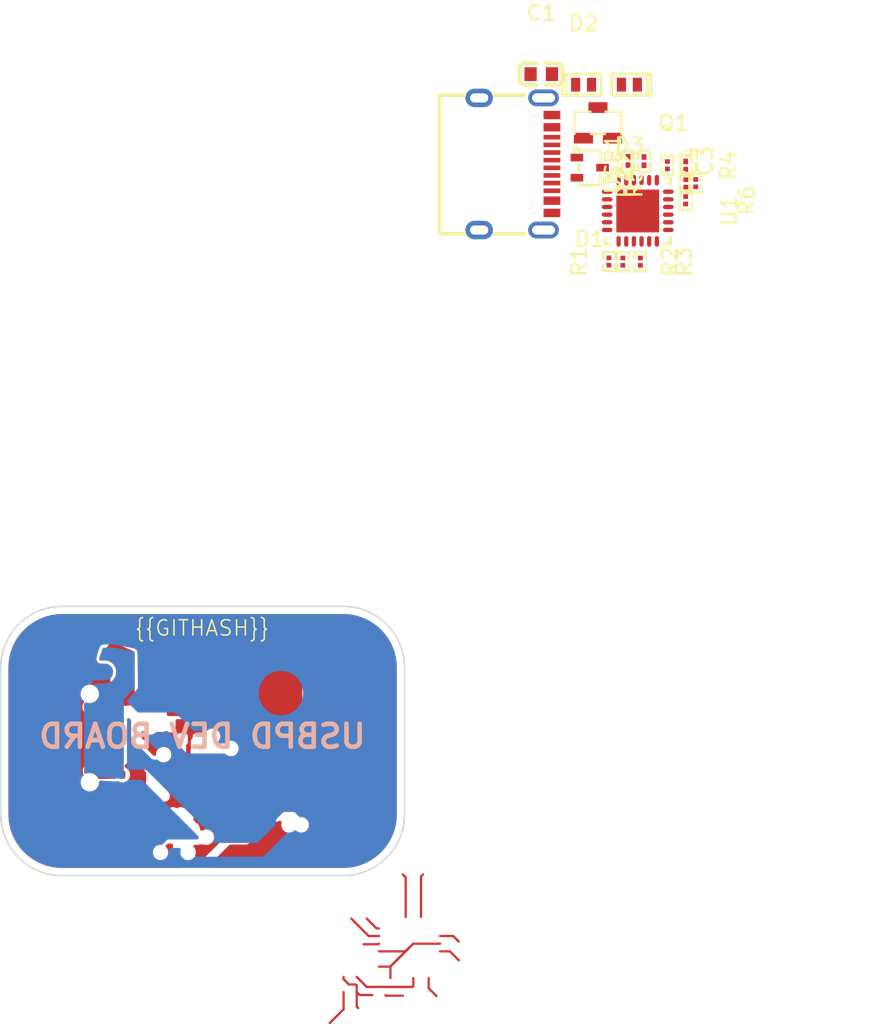
<source format=kicad_pcb>
(kicad_pcb (version 20240108) (generator "pcbnew") (generator_version "8.0")
  (layers (0 "F.Cu" signal) (31 "B.Cu" signal) (34 "B.Paste" user) (35 "F.Paste" user) (36 "B.SilkS" user "B.Silkscreen") (37 "F.SilkS" user "F.Silkscreen") (38 "B.Mask" user) (39 "F.Mask" user) (44 "Edge.Cuts" user))
  (net 0 "")
  (net 1 "USB_CONNECTOR-signal-1")
  (net 2 "USB_CONNECTOR-signal")
  (net 3 "USB_CONNECTOR-net-1")
  (net 4 "USB_CONNECTOR-net")
  (net 5 "power_ok3")
  (net 6 "PD_CONTROLLER.footprint.pins[18].net-net")
  (net 7 "a_b_side")
  (net 8 "alert")
  (net 9 "gpio")
  (net 10 "power_ok2")
  (net 11 "attach")
  (net 12 "lv")
  (net 13 "VBUS")
  (net 14 "CC1")
  (net 15 "CC2")
  (net 16 "VREG_1V2")
  (net 17 "VREG_2V7")
  (net 18 "VSINK_VCC")
  (net 19 "net-2")
  (net 20 "net")
  (net 21 "I2C_SCL")
  (net 22 "I2C_SDA")
  (net 23 "net-3")
  (net 24 "net-4")
  (net 25 "hv")
  (net 26 "net-1")
  (footprint "lcsc:R0201" (layer "F.Cu") (at 174.137401 62.559784 -90)
    (property "Reference" "R6" (at 0 -4 90) (layer "F.SilkS"))
    (property "Value" "22.1kΩ ±1% 50mW")
    (fp_line (start -0.62 0.39) (end -0.62 -0.39) (stroke (width 0.15)) (layer "F.SilkS"))
    (fp_line (start -0.17 0.39) (end -0.62 0.39) (stroke (width 0.15)) (layer "F.SilkS"))
    (fp_line (start 0.17 0.39) (end 0.62 0.39) (stroke (width 0.15)) (layer "F.SilkS"))
    (fp_line (start 0.62 0.39) (end 0.62 -0.39) (stroke (width 0.15)) (layer "F.SilkS"))
    (fp_line (start -0.62 -0.39) (end -0.17 -0.39) (stroke (width 0.15)) (layer "F.SilkS"))
    (fp_line (start 0.62 -0.39) (end 0.17 -0.39) (stroke (width 0.15)) (layer "F.SilkS"))
    (pad "1" smd rect (at -0.24 0 270) (size 0.3 0.32) (layers "F.Cu" "F.Paste" "F.Mask") (net 23 "net-3"))
    (pad "2" smd rect (at 0.24 0 270) (size 0.3 0.32) (layers "F.Cu" "F.Paste" "F.Mask") (net 20 "net"))
  )
  (footprint "lcsc:USB-C-SMD_TYPE-C-6PIN-2MD-073" (layer "F.Cu") (at 163.014787 60.185684 -90)
    (property "Reference" "USB1" (at 0 -6.38 90) (layer "F.SilkS"))
    (property "Value" "TYPE_C_16PIN_2MD073")
    (fp_line (start -4.5 4.97) (end -4.5 3.35) (stroke (width 0.25)) (layer "F.SilkS"))
    (fp_line (start 4.5 4.97) (end -4.5 4.97) (stroke (width 0.25)) (layer "F.SilkS"))
    (fp_line (start 4.57 4.82) (end 4.57 3.35) (stroke (width 0.25)) (layer "F.SilkS"))
    (fp_line (start -4.5 1.39) (end -4.5 -0.6) (stroke (width 0.25)) (layer "F.SilkS"))
    (fp_line (start 4.57 1.39) (end 4.57 -0.6) (stroke (width 0.25)) (layer "F.SilkS"))
    (pad "" thru_hole circle (at -2.89 -1.3 270) (size 0.7 0.7) (drill 0.7) (layers "*.Cu" "*.Mask"))
    (pad "" thru_hole circle (at 2.89 -1.3 270) (size 0.7 0.7) (drill 0.7) (layers "*.Cu" "*.Mask"))
    (pad "1" smd rect (at -3.2 -2.38 270) (size 0.55 1.1) (layers "F.Cu" "F.Paste" "F.Mask") (net 12 "lv"))
    (pad "2" smd rect (at -2.4 -2.38 270) (size 0.55 1.1) (layers "F.Cu" "F.Paste" "F.Mask") (net 13 "VBUS"))
    (pad "3" smd rect (at -1.75 -2.38 270) (size 0.3 1.1) (layers "F.Cu" "F.Paste" "F.Mask") (net 2 "USB_CONNECTOR-signal"))
    (pad "4" smd rect (at -1.25 -2.38 270) (size 0.3 1.1) (layers "F.Cu" "F.Paste" "F.Mask") (net 14 "CC1"))
    (pad "5" smd rect (at -0.75 -2.38 270) (size 0.3 1.1) (layers "F.Cu" "F.Paste" "F.Mask") (net 4 "USB_CONNECTOR-net"))
    (pad "6" smd rect (at -0.25 -2.38 270) (size 0.3 1.1) (layers "F.Cu" "F.Paste" "F.Mask") (net 3 "USB_CONNECTOR-net-1"))
    (pad "7" smd rect (at 0.25 -2.38 270) (size 0.3 1.1) (layers "F.Cu" "F.Paste" "F.Mask") (net 4 "USB_CONNECTOR-net"))
    (pad "8" smd rect (at 0.75 -2.38 270) (size 0.3 1.1) (layers "F.Cu" "F.Paste" "F.Mask") (net 3 "USB_CONNECTOR-net-1"))
    (pad "9" smd rect (at 1.25 -2.38 270) (size 0.3 1.1) (layers "F.Cu" "F.Paste" "F.Mask") (net 1 "USB_CONNECTOR-signal-1"))
    (pad "10" smd rect (at 1.75 -2.38 270) (size 0.3 1.1) (layers "F.Cu" "F.Paste" "F.Mask") (net 15 "CC2"))
    (pad "11" smd rect (at 2.4 -2.38 270) (size 0.55 1.1) (layers "F.Cu" "F.Paste" "F.Mask") (net 13 "VBUS"))
    (pad "12" smd rect (at 3.2 -2.38 270) (size 0.55 1.1) (layers "F.Cu" "F.Paste" "F.Mask") (net 12 "lv"))
    (pad "13" thru_hole oval (at -4.32 -1.83 270) (size 1.1 2) (drill oval 0.599999 1.499997) (layers "*.Cu" "*.Mask") (net 12 "lv"))
    (pad "13" thru_hole oval (at -4.32 2.38 270) (size 1.2 1.8) (drill oval 0.599999 1.199998) (layers "*.Cu" "*.Mask") (net 12 "lv"))
    (pad "14" thru_hole oval (at 4.32 -1.83 270) (size 1.1 2) (drill oval 0.599999 1.500022) (layers "*.Cu" "*.Mask") (net 12 "lv"))
    (pad "14" thru_hole oval (at 4.32 2.38 270) (size 1.2 1.8) (drill oval 0.599999 1.199998) (layers "*.Cu" "*.Mask") (net 12 "lv"))
  )
  (footprint "lcsc:QFN-24_L4.0-W4.0-P0.50-BL-EP2.8" (layer "F.Cu") (at 171.003535 63.247637 -90)
    (property "Reference" "U1" (at 0 -6 90) (layer "F.SilkS"))
    (property "Value" "STUSB4500QTR")
    (fp_line (start -2.14 2.15) (end -2.14 1.75) (stroke (width 0.2)) (layer "F.SilkS"))
    (fp_line (start -1.74 2.15) (end -2.14 2.15) (stroke (width 0.2)) (layer "F.SilkS"))
    (fp_line (start 2.16 2.15) (end 1.76 2.15) (stroke (width 0.2)) (layer "F.SilkS"))
    (fp_line (start 2.16 1.75) (end 2.16 2.15) (stroke (width 0.2)) (layer "F.SilkS"))
    (fp_line (start -2.14 -1.75) (end -2.14 -2.15) (stroke (width 0.2)) (layer "F.SilkS"))
    (fp_line (start 2.16 -1.75) (end 2.16 -2.15) (stroke (width 0.2)) (layer "F.SilkS"))
    (fp_line (start -2.14 -2.15) (end -1.74 -2.15) (stroke (width 0.2)) (layer "F.SilkS"))
    (fp_line (start 2.16 -2.15) (end 1.76 -2.15) (stroke (width 0.2)) (layer "F.SilkS"))
    (pad "1" smd oval (at -1.25 2 90) (size 0.28 0.7) (layers "F.Cu" "F.Paste" "F.Mask") (net 14 "CC1"))
    (pad "2" smd oval (at -0.75 2 90) (size 0.28 0.7) (layers "F.Cu" "F.Paste" "F.Mask") (net 14 "CC1"))
    (pad "3" smd oval (at -0.25 2 90) (size 0.28 0.7) (layers "F.Cu" "F.Paste" "F.Mask") (net 6 "PD_CONTROLLER.footprint.pins[18].net-net"))
    (pad "4" smd oval (at 0.25 2 90) (size 0.28 0.7) (layers "F.Cu" "F.Paste" "F.Mask") (net 15 "CC2"))
    (pad "5" smd oval (at 0.75 2 90) (size 0.28 0.7) (layers "F.Cu" "F.Paste" "F.Mask") (net 15 "CC2"))
    (pad "6" smd oval (at 1.25 2 90) (size 0.28 0.7) (layers "F.Cu" "F.Paste" "F.Mask") (net 12 "lv"))
    (pad "7" smd oval (at 2 1.25) (size 0.28 0.7) (layers "F.Cu" "F.Paste" "F.Mask") (net 21 "I2C_SCL"))
    (pad "8" smd oval (at 2 0.75) (size 0.28 0.7) (layers "F.Cu" "F.Paste" "F.Mask") (net 22 "I2C_SDA"))
    (pad "9" smd oval (at 2 0.25) (size 0.28 0.7) (layers "F.Cu" "F.Paste" "F.Mask") (net 26 "net-1"))
    (pad "10" smd oval (at 2 -0.25) (size 0.28 0.7) (layers "F.Cu" "F.Paste" "F.Mask") (net 12 "lv"))
    (pad "11" smd oval (at 2 -0.75) (size 0.28 0.7) (layers "F.Cu" "F.Paste" "F.Mask") (net 11 "attach"))
    (pad "12" smd oval (at 2 -1.25) (size 0.28 0.7) (layers "F.Cu" "F.Paste" "F.Mask") (net 12 "lv"))
    (pad "13" smd oval (at 1.25 -2 90) (size 0.28 0.7) (layers "F.Cu" "F.Paste" "F.Mask") (net 12 "lv"))
    (pad "14" smd oval (at 0.75 -2 90) (size 0.28 0.7) (layers "F.Cu" "F.Paste" "F.Mask") (net 5 "power_ok3"))
    (pad "15" smd oval (at 0.25 -2 90) (size 0.28 0.7) (layers "F.Cu" "F.Paste" "F.Mask") (net 9 "gpio"))
    (pad "16" smd oval (at -0.25 -2 90) (size 0.28 0.7) (layers "F.Cu" "F.Paste" "F.Mask") (net 20 "net"))
    (pad "17" smd oval (at -0.75 -2 90) (size 0.28 0.7) (layers "F.Cu" "F.Paste" "F.Mask") (net 7 "a_b_side"))
    (pad "18" smd oval (at -1.25 -2 90) (size 0.28 0.7) (layers "F.Cu" "F.Paste" "F.Mask") (net 19 "net-2"))
    (pad "19" smd oval (at -2 -1.25) (size 0.28 0.7) (layers "F.Cu" "F.Paste" "F.Mask") (net 8 "alert"))
    (pad "20" smd oval (at -2 -0.75) (size 0.28 0.7) (layers "F.Cu" "F.Paste" "F.Mask") (net 10 "power_ok2"))
    (pad "21" smd oval (at -2 -0.25) (size 0.28 0.7) (layers "F.Cu" "F.Paste" "F.Mask") (net 16 "VREG_1V2"))
    (pad "22" smd oval (at -2 0.25) (size 0.28 0.7) (layers "F.Cu" "F.Paste" "F.Mask") (net 12 "lv"))
    (pad "23" smd oval (at -2 0.75) (size 0.28 0.7) (layers "F.Cu" "F.Paste" "F.Mask") (net 17 "VREG_2V7"))
    (pad "24" smd oval (at -2 1.25) (size 0.28 0.7) (layers "F.Cu" "F.Paste" "F.Mask") (net 13 "VBUS"))
    (pad "25" smd rect (at 0.01 0) (size 2.8 2.8) (layers "F.Cu" "F.Paste" "F.Mask") (net 12 "lv"))
  )
  (footprint "lcsc:C0603" (layer "F.Cu") (at 164.696269 54.313443)
    (property "Reference" "C1" (at 0 -4 0) (layer "F.SilkS"))
    (property "Value" "4.7µF ±10% 35V X5R")
    (fp_line (start -1.41 -0.41) (end -1.41 0.39) (stroke (width 0.25)) (layer "F.SilkS"))
    (fp_line (start -0.3 -0.72) (end -1.1 -0.72) (stroke (width 0.25)) (layer "F.SilkS"))
    (fp_line (start -0.3 0.7) (end -1.1 0.7) (stroke (width 0.25)) (layer "F.SilkS"))
    (fp_line (start 0.28 -0.71) (end 1.08 -0.71) (stroke (width 0.25)) (layer "F.SilkS"))
    (fp_line (start 0.28 0.71) (end 1.08 0.71) (stroke (width 0.25)) (layer "F.SilkS"))
    (fp_line (start 1.39 -0.4) (end 1.39 0.4) (stroke (width 0.25)) (layer "F.SilkS"))
    (fp_arc (start -1.41 -0.41) (mid -1.319203 -0.629203) (end -1.1 -0.72) (stroke (width 0.25)) (layer "F.SilkS"))
    (fp_arc (start -1.1 0.7) (mid -1.319203 0.609203) (end -1.41 0.39) (stroke (width 0.25)) (layer "F.SilkS"))
    (fp_arc (start 1.08 -0.71) (mid 1.299203 -0.619203) (end 1.39 -0.4) (stroke (width 0.25)) (layer "F.SilkS"))
    (fp_arc (start 1.39 0.4) (mid 1.299203 0.619203) (end 1.08 0.71) (stroke (width 0.25)) (layer "F.SilkS"))
    (pad "1" smd rect (at -0.7 0) (size 0.8 0.9) (layers "F.Cu" "F.Paste" "F.Mask") (net 12 "lv"))
    (pad "2" smd rect (at 0.7 0) (size 0.8 0.9) (layers "F.Cu" "F.Paste" "F.Mask") (net 13 "VBUS"))
  )
  (footprint "lcsc:C0201" (layer "F.Cu") (at 174.141331 60.292972 90)
    (property "Reference" "C2" (at 0 -4 90) (layer "F.SilkS"))
    (property "Value" "100nF ±10% 10V X5R")
    (fp_line (start 0.53 -0.39) (end 0.17 -0.39) (stroke (width 0.15)) (layer "F.SilkS"))
    (fp_line (start -0.53 -0.39) (end -0.17 -0.39) (stroke (width 0.15)) (layer "F.SilkS"))
    (fp_line (start 0.69 0.24) (end 0.69 -0.24) (stroke (width 0.15)) (layer "F.SilkS"))
    (fp_line (start -0.69 0.24) (end -0.69 -0.24) (stroke (width 0.15)) (layer "F.SilkS"))
    (fp_line (start 0.17 0.39) (end 0.53 0.39) (stroke (width 0.15)) (layer "F.SilkS"))
    (fp_line (start -0.17 0.39) (end -0.53 0.39) (stroke (width 0.15)) (layer "F.SilkS"))
    (fp_arc (start 0.53 -0.39) (mid 0.642835 -0.349658) (end 0.690333 -0.239643) (stroke (width 0.15)) (layer "F.SilkS"))
    (fp_arc (start -0.690333 -0.239643) (mid -0.642836 -0.349658) (end -0.53 -0.39) (stroke (width 0.15)) (layer "F.SilkS"))
    (fp_arc (start 0.69 0.24) (mid 0.642348 0.349658) (end 0.529667 0.389644) (stroke (width 0.15)) (layer "F.SilkS"))
    (fp_arc (start -0.529667 0.389644) (mid -0.642348 0.349659) (end -0.69 0.24) (stroke (width 0.15)) (layer "F.SilkS"))
    (pad "1" smd rect (at -0.27 0 90) (size 0.37 0.32) (layers "F.Cu" "F.Paste" "F.Mask") (net 24 "net-4"))
    (pad "2" smd rect (at 0.27 0 90) (size 0.37 0.32) (layers "F.Cu" "F.Paste" "F.Mask") (net 13 "VBUS"))
  )
  (footprint "lcsc:SOT-23-3_L2.9-W1.3-P1.90-LS2.4-BR" (layer "F.Cu") (at 168.403614 57.498217 -90)
    (property "Reference" "Q1" (at 0 -4.95 0) (layer "F.SilkS"))
    (property "Value" "MOSFET")
    (fp_line (start -0.73 1.53) (end -0.73 0.49) (stroke (width 0.15)) (layer "F.SilkS"))
    (fp_line (start 0.73 1.53) (end -0.73 1.53) (stroke (width 0.15)) (layer "F.SilkS"))
    (fp_line (start 0.73 -0.46) (end 0.73 0.46) (stroke (width 0.15)) (layer "F.SilkS"))
    (fp_line (start -0.73 -1.53) (end -0.73 -0.49) (stroke (width 0.15)) (layer "F.SilkS"))
    (fp_line (start 0.73 -1.53) (end -0.73 -1.53) (stroke (width 0.15)) (layer "F.SilkS"))
    (fp_text user "${REFERENCE}" (at 0 -4.95 0) (layer "F.SilkS"))
    (pad "1" smd rect (at 1 0.95) (size 1.25 0.7) (layers "F.Cu" "F.Paste" "F.Mask") (net 23 "net-3"))
    (pad "2" smd rect (at 1 -0.95) (size 1.25 0.7) (layers "F.Cu" "F.Paste" "F.Mask") (net 13 "VBUS"))
    (pad "3" smd rect (at -1 0) (size 1.25 0.7) (layers "F.Cu" "F.Paste" "F.Mask") (net 18 "VSINK_VCC"))
  )
  (footprint "lcsc:DFN1610-2_L1.6-W1.0-P1.05-RD" (layer "F.Cu") (at 170.458714 55.001485 180)
    (property "Reference" "D3" (at 0 -4 0) (layer "F.SilkS"))
    (property "Value" "")
    (fp_line (start 1.15 -0.7) (end 1.15 0.7) (stroke (width 0.18)) (layer "F.SilkS"))
    (fp_line (start -1.15 -0.7) (end -1.15 0.7) (stroke (width 0.18)) (layer "F.SilkS"))
    (fp_line (start -1.4 0.7) (end 1.15 0.7) (stroke (width 0.18)) (layer "F.SilkS"))
    (fp_line (start -1.4 -0.7) (end 1.15 -0.7) (stroke (width 0.18)) (layer "F.SilkS"))
    (fp_line (start -1.4 -0.7) (end -1.4 0.7) (stroke (width 0.18)) (layer "F.SilkS"))
    (pad "1" smd rect (at -0.52 0 270) (size 0.9 0.6) (layers "F.Cu" "F.Paste" "F.Mask") (net 18 "VSINK_VCC"))
    (pad "2" smd rect (at 0.52 0 270) (size 0.9 0.6) (layers "F.Cu" "F.Paste" "F.Mask") (net 12 "lv"))
  )
  (footprint "lcsc:R0201" (layer "F.Cu") (at 170.033978 66.572844 -90)
    (property "Reference" "R3" (at 0 -4 90) (layer "F.SilkS"))
    (property "Value" "")
    (fp_line (start -0.62 0.39) (end -0.62 -0.39) (stroke (width 0.15)) (layer "F.SilkS"))
    (fp_line (start -0.17 0.39) (end -0.62 0.39) (stroke (width 0.15)) (layer "F.SilkS"))
    (fp_line (start 0.17 0.39) (end 0.62 0.39) (stroke (width 0.15)) (layer "F.SilkS"))
    (fp_line (start 0.62 0.39) (end 0.62 -0.39) (stroke (width 0.15)) (layer "F.SilkS"))
    (fp_line (start -0.62 -0.39) (end -0.17 -0.39) (stroke (width 0.15)) (layer "F.SilkS"))
    (fp_line (start 0.62 -0.39) (end 0.17 -0.39) (stroke (width 0.15)) (layer "F.SilkS"))
    (pad "1" smd rect (at -0.24 0 270) (size 0.3 0.32) (layers "F.Cu" "F.Paste" "F.Mask") (net 22 "I2C_SDA"))
    (pad "2" smd rect (at 0.24 0 270) (size 0.3 0.32) (layers "F.Cu" "F.Paste" "F.Mask") (net 25 "hv"))
  )
  (footprint "lcsc:R0201" (layer "F.Cu") (at 172.944787 60.265684 -90)
    (property "Reference" "R4" (at 0 -4 90) (layer "F.SilkS"))
    (property "Value" "")
    (fp_line (start -0.62 0.39) (end -0.62 -0.39) (stroke (width 0.15)) (layer "F.SilkS"))
    (fp_line (start -0.17 0.39) (end -0.62 0.39) (stroke (width 0.15)) (layer "F.SilkS"))
    (fp_line (start 0.17 0.39) (end 0.62 0.39) (stroke (width 0.15)) (layer "F.SilkS"))
    (fp_line (start 0.62 0.39) (end 0.62 -0.39) (stroke (width 0.15)) (layer "F.SilkS"))
    (fp_line (start -0.62 -0.39) (end -0.17 -0.39) (stroke (width 0.15)) (layer "F.SilkS"))
    (fp_line (start 0.62 -0.39) (end 0.17 -0.39) (stroke (width 0.15)) (layer "F.SilkS"))
    (pad "1" smd rect (at -0.24 0 270) (size 0.3 0.32) (layers "F.Cu" "F.Paste" "F.Mask") (net 13 "VBUS"))
    (pad "2" smd rect (at 0.24 0 270) (size 0.3 0.32) (layers "F.Cu" "F.Paste" "F.Mask") (net 19 "net-2"))
  )
  (footprint "lcsc:R0201" (layer "F.Cu") (at 174.148945 61.455337 90)
    (property "Reference" "R7" (at 0 -4 90) (layer "F.SilkS"))
    (property "Value" "100Ω ±1% 50mW")
    (fp_line (start 0.62 -0.39) (end 0.17 -0.39) (stroke (width 0.15)) (layer "F.SilkS"))
    (fp_line (start -0.62 -0.39) (end -0.17 -0.39) (stroke (width 0.15)) (layer "F.SilkS"))
    (fp_line (start 0.62 0.39) (end 0.62 -0.39) (stroke (width 0.15)) (layer "F.SilkS"))
    (fp_line (start 0.17 0.39) (end 0.62 0.39) (stroke (width 0.15)) (layer "F.SilkS"))
    (fp_line (start -0.17 0.39) (end -0.62 0.39) (stroke (width 0.15)) (layer "F.SilkS"))
    (fp_line (start -0.62 0.39) (end -0.62 -0.39) (stroke (width 0.15)) (layer "F.SilkS"))
    (pad "1" smd rect (at -0.24 0 90) (size 0.3 0.32) (layers "F.Cu" "F.Paste" "F.Mask") (net 23 "net-3"))
    (pad "2" smd rect (at 0.24 0 90) (size 0.3 0.32) (layers "F.Cu" "F.Paste" "F.Mask") (net 24 "net-4"))
  )
  (footprint "lcsc:SOT-323-3_L2.1-W1.3-P1.32-LS2.1-BR" (layer "F.Cu") (at 167.866198 60.426656 180)
    (property "Reference" "D1" (at 0 -4.66 0) (layer "F.SilkS"))
    (property "Value" "ESDA25W")
    (fp_line (start 0.7 1.13) (end -0.71 1.13) (stroke (width 0.15)) (layer "F.SilkS"))
    (fp_line (start 0.7 1.09) (end 0.7 1.13) (stroke (width 0.15)) (layer "F.SilkS"))
    (fp_line (start 0.7 -0.23) (end 0.7 0.23) (stroke (width 0.15)) (layer "F.SilkS"))
    (fp_line (start 0.7 -1.13) (end 0.7 -1.09) (stroke (width 0.15)) (layer "F.SilkS"))
    (fp_line (start 0.7 -1.13) (end -0.71 -1.13) (stroke (width 0.15)) (layer "F.SilkS"))
    (fp_line (start -0.71 1.13) (end -0.71 0.43) (stroke (width 0.15)) (layer "F.SilkS"))
    (fp_line (start -0.71 -0.43) (end -0.71 -0.9) (stroke (width 0.15)) (layer "F.SilkS"))
    (fp_line (start -0.71 -1.13) (end -0.71 -0.9) (stroke (width 0.15)) (layer "F.SilkS"))
    (fp_circle (center 0.91 1.18) (end 0.98 1.18) (stroke (width 0.15)) (fill none) (layer "F.SilkS"))
    (pad "1" smd rect (at 0.84 0.66 270) (size 0.5 0.83) (layers "F.Cu" "F.Paste" "F.Mask") (net 14 "CC1"))
    (pad "2" smd rect (at 0.84 -0.66 270) (size 0.5 0.83) (layers "F.Cu" "F.Paste" "F.Mask") (net 15 "CC2"))
    (pad "3" smd rect (at -0.84 0 270) (size 0.5 0.83) (layers "F.Cu" "F.Paste" "F.Mask") (net 12 "lv"))
  )
  (footprint "lcsc:R0201" (layer "F.Cu") (at 174.79617 61.439134 90)
    (property "Reference" "R5" (at 0 -4 90) (layer "F.SilkS"))
    (property "Value" "100kΩ ±1% 50mW")
    (fp_line (start 0.62 -0.39) (end 0.17 -0.39) (stroke (width 0.15)) (layer "F.SilkS"))
    (fp_line (start -0.62 -0.39) (end -0.17 -0.39) (stroke (width 0.15)) (layer "F.SilkS"))
    (fp_line (start 0.62 0.39) (end 0.62 -0.39) (stroke (width 0.15)) (layer "F.SilkS"))
    (fp_line (start 0.17 0.39) (end 0.62 0.39) (stroke (width 0.15)) (layer "F.SilkS"))
    (fp_line (start -0.17 0.39) (end -0.62 0.39) (stroke (width 0.15)) (layer "F.SilkS"))
    (fp_line (start -0.62 0.39) (end -0.62 -0.39) (stroke (width 0.15)) (layer "F.SilkS"))
    (fp_text user "${REFERENCE}" (at 0 -4 90) (layer "F.SilkS"))
    (pad "1" smd rect (at -0.24 0 90) (size 0.3 0.32) (layers "F.Cu" "F.Paste" "F.Mask") (net 23 "net-3"))
    (pad "2" smd rect (at 0.24 0 90) (size 0.3 0.32) (layers "F.Cu" "F.Paste" "F.Mask") (net 18 "VSINK_VCC"))
  )
  (footprint "lcsc:DFN1610-2_L1.6-W1.0-P1.05-RD" (layer "F.Cu") (at 167.463441 55.002994)
    (property "Reference" "D2" (at 0 -4 0) (layer "F.SilkS"))
    (property "Value" "")
    (fp_line (start -1.4 -0.7) (end -1.4 0.7) (stroke (width 0.18)) (layer "F.SilkS"))
    (fp_line (start -1.4 -0.7) (end 1.15 -0.7) (stroke (width 0.18)) (layer "F.SilkS"))
    (fp_line (start -1.4 0.7) (end 1.15 0.7) (stroke (width 0.18)) (layer "F.SilkS"))
    (fp_line (start -1.15 -0.7) (end -1.15 0.7) (stroke (width 0.18)) (layer "F.SilkS"))
    (fp_line (start 1.15 -0.7) (end 1.15 0.7) (stroke (width 0.18)) (layer "F.SilkS"))
    (pad "1" smd rect (at -0.52 0 90) (size 0.9 0.6) (layers "F.Cu" "F.Paste" "F.Mask") (net 13 "VBUS"))
    (pad "2" smd rect (at 0.52 0 90) (size 0.9 0.6) (layers "F.Cu" "F.Paste" "F.Mask") (net 12 "lv"))
  )
  (footprint "lcsc:R0201" (layer "F.Cu") (at 169.12029 66.563698 -90)
    (property "Reference" "R2" (at 0 -4 90) (layer "F.SilkS"))
    (property "Value" "4.64kΩ ±1% 50mW")
    (fp_line (start -0.62 0.39) (end -0.62 -0.39) (stroke (width 0.15)) (layer "F.SilkS"))
    (fp_line (start -0.17 0.39) (end -0.62 0.39) (stroke (width 0.15)) (layer "F.SilkS"))
    (fp_line (start 0.17 0.39) (end 0.62 0.39) (stroke (width 0.15)) (layer "F.SilkS"))
    (fp_line (start 0.62 0.39) (end 0.62 -0.39) (stroke (width 0.15)) (layer "F.SilkS"))
    (fp_line (start -0.62 -0.39) (end -0.17 -0.39) (stroke (width 0.15)) (layer "F.SilkS"))
    (fp_line (start 0.62 -0.39) (end 0.17 -0.39) (stroke (width 0.15)) (layer "F.SilkS"))
    (pad "1" smd rect (at -0.24 0 270) (size 0.3 0.32) (layers "F.Cu" "F.Paste" "F.Mask") (net 21 "I2C_SCL"))
    (pad "2" smd rect (at 0.24 0 270) (size 0.3 0.32) (layers "F.Cu" "F.Paste" "F.Mask") (net 25 "hv"))
  )
  (footprint "lcsc:C0201" (layer "F.Cu") (at 170.369556 59.988399 -90)
    (property "Reference" "C4" (at 0 -4 90) (layer "F.SilkS"))
    (property "Value" "")
    (fp_line (start -0.17 0.39) (end -0.53 0.39) (stroke (width 0.15)) (layer "F.SilkS"))
    (fp_line (start 0.17 0.39) (end 0.53 0.39) (stroke (width 0.15)) (layer "F.SilkS"))
    (fp_line (start -0.69 0.24) (end -0.69 -0.24) (stroke (width 0.15)) (layer "F.SilkS"))
    (fp_line (start 0.69 0.24) (end 0.69 -0.24) (stroke (width 0.15)) (layer "F.SilkS"))
    (fp_line (start -0.53 -0.39) (end -0.17 -0.39) (stroke (width 0.15)) (layer "F.SilkS"))
    (fp_line (start 0.53 -0.39) (end 0.17 -0.39) (stroke (width 0.15)) (layer "F.SilkS"))
    (fp_arc (start -0.529667 0.389644) (mid -0.642348 0.349659) (end -0.69 0.24) (stroke (width 0.15)) (layer "F.SilkS"))
    (fp_arc (start 0.69 0.24) (mid 0.642348 0.349658) (end 0.529667 0.389644) (stroke (width 0.15)) (layer "F.SilkS"))
    (fp_arc (start -0.690333 -0.239643) (mid -0.642836 -0.349658) (end -0.53 -0.39) (stroke (width 0.15)) (layer "F.SilkS"))
    (fp_arc (start 0.53 -0.39) (mid 0.642835 -0.349658) (end 0.690333 -0.239643) (stroke (width 0.15)) (layer "F.SilkS"))
    (pad "1" smd rect (at -0.27 0 270) (size 0.37 0.32) (layers "F.Cu" "F.Paste" "F.Mask") (net 12 "lv"))
    (pad "2" smd rect (at 0.27 0 270) (size 0.37 0.32) (layers "F.Cu" "F.Paste" "F.Mask") (net 17 "VREG_2V7"))
  )
  (footprint "lcsc:C0201" (layer "F.Cu") (at 171.414168 59.999499 -90)
    (property "Reference" "C3" (at 0 -4 90) (layer "F.SilkS"))
    (property "Value" "1µF ±20% 6.3V X5R")
    (fp_line (start -0.17 0.39) (end -0.53 0.39) (stroke (width 0.15)) (layer "F.SilkS"))
    (fp_line (start 0.17 0.39) (end 0.53 0.39) (stroke (width 0.15)) (layer "F.SilkS"))
    (fp_line (start -0.69 0.24) (end -0.69 -0.24) (stroke (width 0.15)) (layer "F.SilkS"))
    (fp_line (start 0.69 0.24) (end 0.69 -0.24) (stroke (width 0.15)) (layer "F.SilkS"))
    (fp_line (start -0.53 -0.39) (end -0.17 -0.39) (stroke (width 0.15)) (layer "F.SilkS"))
    (fp_line (start 0.53 -0.39) (end 0.17 -0.39) (stroke (width 0.15)) (layer "F.SilkS"))
    (fp_arc (start -0.529667 0.389644) (mid -0.642348 0.349659) (end -0.69 0.24) (stroke (width 0.15)) (layer "F.SilkS"))
    (fp_arc (start 0.69 0.24) (mid 0.642348 0.349658) (end 0.529667 0.389644) (stroke (width 0.15)) (layer "F.SilkS"))
    (fp_arc (start -0.690333 -0.239643) (mid -0.642836 -0.349658) (end -0.53 -0.39) (stroke (width 0.15)) (layer "F.SilkS"))
    (fp_arc (start 0.53 -0.39) (mid 0.642835 -0.349658) (end 0.690333 -0.239643) (stroke (width 0.15)) (layer "F.SilkS"))
    (pad "1" smd rect (at -0.27 0 270) (size 0.37 0.32) (layers "F.Cu" "F.Paste" "F.Mask") (net 12 "lv"))
    (pad "2" smd rect (at 0.27 0 270) (size 0.37 0.32) (layers "F.Cu" "F.Paste" "F.Mask") (net 16 "VREG_1V2"))
  )
  (footprint "lcsc:R0201" (layer "F.Cu") (at 171.175477 66.573046 90)
    (property "Reference" "R1" (at 0 -4 90) (layer "F.SilkS"))
    (property "Value" "1kΩ ±1% 50mW")
    (fp_line (start 0.62 -0.39) (end 0.17 -0.39) (stroke (width 0.15)) (layer "F.SilkS"))
    (fp_line (start -0.62 -0.39) (end -0.17 -0.39) (stroke (width 0.15)) (layer "F.SilkS"))
    (fp_line (start 0.62 0.39) (end 0.62 -0.39) (stroke (width 0.15)) (layer "F.SilkS"))
    (fp_line (start 0.17 0.39) (end 0.62 0.39) (stroke (width 0.15)) (layer "F.SilkS"))
    (fp_line (start -0.17 0.39) (end -0.62 0.39) (stroke (width 0.15)) (layer "F.SilkS"))
    (fp_line (start -0.62 0.39) (end -0.62 -0.39) (stroke (width 0.15)) (layer "F.SilkS"))
    (pad "1" smd rect (at -0.24 0 90) (size 0.3 0.32) (layers "F.Cu" "F.Paste" "F.Mask") (net 13 "VBUS"))
    (pad "2" smd rect (at 0.24 0 90) (size 0.3 0.32) (layers "F.Cu" "F.Paste" "F.Mask") (net 26 "net-1"))
  )
  (gr_arc (start 155.752 102.71) (mid 154.580427 105.538427) (end 151.752 106.71) (stroke (width 0.1)) (layer "Edge.Cuts"))
  (gr_arc (start 133.352 106.71) (mid 130.523573 105.538427) (end 129.352 102.71) (stroke (width 0.1)) (layer "Edge.Cuts"))
  (gr_line (start 155.752 102.71) (end 155.752 93.11) (stroke (width 0.1)) (layer "Edge.Cuts"))
  (gr_line (start 129.352 93.11) (end 129.352 102.71) (stroke (width 0.1)) (layer "Edge.Cuts"))
  (gr_arc (start 151.752 89.11) (mid 154.580427 90.281573) (end 155.752 93.11) (stroke (width 0.1)) (layer "Edge.Cuts"))
  (gr_line (start 151.752 89.11) (end 133.352 89.11) (stroke (width 0.1)) (layer "Edge.Cuts"))
  (gr_arc (start 129.352 93.11) (mid 130.523573 90.281573) (end 133.352 89.11) (stroke (width 0.1)) (layer "Edge.Cuts"))
  (gr_line (start 133.352 106.71) (end 151.752 106.71) (stroke (width 0.1)) (layer "Edge.Cuts"))
  (gr_text "USBPD DEV BOARD" (at 153.37137 98.483463 0) (layer "B.SilkS") (effects (font (size 1.5 1.5) (thickness 0.3)) (justify left bottom mirror)))
  (gr_text "{{GITHASH}}" (at 138.040427 91.111573 0) (layer "F.SilkS") (effects (font (size 1 1) (thickness 0.1)) (justify left bottom)))
  (segment (start 155.828653 106.829137) (end 155.828653 109.409417) (width 0.15) (layer "F.Cu") (net 27))
  (segment (start 155.832672 106.825118) (end 155.828653 106.829137) (width 0.15) (layer "F.Cu") (net 27))
  (segment (start 155.828653 109.409417) (end 155.832672 109.413436) (width 0.15) (layer "F.Cu") (net 27))
  (segment (start 155.643653 106.636099) (end 155.832672 106.825118) (width 0.15) (layer "F.Cu") (net 27))
  (segment (start 156.832672 109.413436) (end 156.832672 106.76708) (width 0.15) (layer "F.Cu") (net 28))
  (segment (start 156.832672 106.76708) (end 156.963653 106.636099) (width 0.15) (layer "F.Cu") (net 28))
  (segment (start 151.768399 115.451546) (end 150.866956 116.352989) (width 0.15) (layer "F.Cu") (net 29))
  (segment (start 151.768399 114.325297) (end 151.768399 115.451546) (width 0.15) (layer "F.Cu") (net 29))
  (segment (start 155.64628 114.561852) (end 154.547228 114.561852) (width 0.15) (layer "F.Cu") (net 30))
  (segment (start 154.547228 114.561852) (end 154.509411 114.524035) (width 0.15) (layer "F.Cu") (net 30))
  (segment (start 152.628399 114.325297) (end 152.628399 115.274432) (width 0.15) (layer "F.Cu") (net 31))
  (segment (start 151.765137 113.334359) (end 151.765137 113.479359) (width 0.15) (layer "F.Cu") (net 31))
  (segment (start 152.628399 115.274432) (end 152.726956 115.372989) (width 0.15) (layer "F.Cu") (net 31))
  (segment (start 152.115137 113.829359) (end 152.552461 113.829359) (width 0.15) (layer "F.Cu") (net 31))
  (segment (start 152.827137 114.524035) (end 152.628399 114.325297) (width 0.15) (layer "F.Cu") (net 31))
  (segment (start 151.765137 113.479359) (end 152.115137 113.829359) (width 0.15) (layer "F.Cu") (net 31))
  (segment (start 153.649411 114.524035) (end 152.827137 114.524035) (width 0.15) (layer "F.Cu") (net 31))
  (segment (start 152.552461 113.829359) (end 152.628399 113.905297) (width 0.15) (layer "F.Cu") (net 31))
  (segment (start 152.628399 113.905297) (end 152.628399 114.325297) (width 0.15) (layer "F.Cu") (net 31))
  (segment (start 158.082672 111.163436) (end 156.322672 111.163436) (width 0.15) (layer "F.Cu") (net 32))
  (segment (start 156.322672 111.163436) (end 156.072672 111.413436) (width 0.15) (layer "F.Cu") (net 32))
  (segment (start 154.832672 112.653436) (end 156.072672 111.413436) (width 0.15) (layer "F.Cu") (net 32))
  (segment (start 154.822672 112.663436) (end 156.072672 111.413436) (width 0.15) (layer "F.Cu") (net 32))
  (segment (start 154.832672 113.413436) (end 154.832672 112.653436) (width 0.15) (layer "F.Cu") (net 32))
  (segment (start 155.822672 111.663436) (end 156.072672 111.413436) (width 0.15) (layer "F.Cu") (net 32))
  (segment (start 154.082672 111.663436) (end 155.822672 111.663436) (width 0.15) (layer "F.Cu") (net 32))
  (segment (start 154.082672 112.663436) (end 154.822672 112.663436) (width 0.15) (layer "F.Cu") (net 32))
  (segment (start 154.082672 110.163436) (end 153.926208 110.163436) (width 0.15) (layer "F.Cu") (net 33))
  (segment (start 153.926208 110.163436) (end 153.28028 109.517508) (width 0.15) (layer "F.Cu") (net 33))
  (segment (start 152.272979 109.524714) (end 153.411701 110.663436) (width 0.15) (layer "F.Cu") (net 34))
  (segment (start 153.411701 110.663436) (end 154.082672 110.663436) (width 0.15) (layer "F.Cu") (net 34))
  (segment (start 153.072899 111.201289) (end 154.044819 111.201289) (width 0.15) (layer "F.Cu") (net 35))
  (segment (start 154.044819 111.201289) (end 154.082672 111.163436) (width 0.15) (layer "F.Cu") (net 35))
  (segment (start 153.279214 113.988436) (end 156.257672 113.988436) (width 0.15) (layer "F.Cu") (net 36))
  (segment (start 156.332672 113.913436) (end 156.332672 113.413436) (width 0.15) (layer "F.Cu") (net 36))
  (segment (start 152.625137 113.334359) (end 153.279214 113.988436) (width 0.15) (layer "F.Cu") (net 36))
  (segment (start 156.257672 113.988436) (end 156.332672 113.913436) (width 0.15) (layer "F.Cu") (net 36))
  (segment (start 157.332672 113.413436) (end 157.332672 114.074617) (width 0.15) (layer "F.Cu") (net 37))
  (segment (start 157.332672 114.074617) (end 157.850161 114.592106) (width 0.15) (layer "F.Cu") (net 37))
  (segment (start 159.303172 111.029661) (end 158.936947 110.663436) (width 0.15) (layer "F.Cu") (net 38))
  (segment (start 158.936947 110.663436) (end 158.082672 110.663436) (width 0.15) (layer "F.Cu") (net 38))
  (segment (start 158.722093 111.663436) (end 158.082672 111.663436) (width 0.15) (layer "F.Cu") (net 39))
  (segment (start 159.307236 112.248579) (end 158.722093 111.663436) (width 0.15) (layer "F.Cu") (net 39))
  (zone (net 13) (net_name "VBUS") (layer "F.Cu") (name "VBUS3") (priority 5) (connect_pads yes (clearance 0.2)) (min_thickness 0.2) (fill yes (thermal_gap 0.5) (thermal_bridge_width 0.5))
    (polygon (pts (xy 136.6 91.4) (xy 135.870644 92.262783) (xy 135.055845 95.814088) (xy 135.227979 95.857121) (xy 138.105441 95.548124) (xy 138.109193 92.074549)))
  )
  (zone (net 18) (net_name "VSINK_VCC") (layer "F.Cu") (name "VSINK") (priority 2) (connect_pads yes (clearance 0.2)) (min_thickness 0.2) (fill yes (thermal_gap 0.5) (thermal_bridge_width 0.5))
    (polygon (pts (xy 141.525372 92.090296) (xy 140.232349 93.808423) (xy 140.214636 96.279338) (xy 149.075229 96.261625) (xy 149.066373 92.116865)))
  )
  (zone (net 13) (net_name "VBUS") (layer "F.Cu") (name "VBUS2") (connect_pads yes (clearance 0.2)) (min_thickness 0.2) (fill yes (thermal_gap 0.5) (thermal_bridge_width 0.5))
    (polygon (pts (xy 135.110345 99.571694) (xy 135.019468 100.038469) (xy 135.717565 100.393714) (xy 137.481398 100.377191) (xy 137.518575 99.881501)))
  )
  (zone (net 12) (net_name "lv") (layers "F&B.Cu") (name "GND") (priority 1) (connect_pads yes (clearance 0.2)) (min_thickness 0.2) (fill yes (thermal_gap 0.5) (thermal_bridge_width 0.5))
    (polygon (pts (xy 129.4 89.2) (xy 156.4 88.6) (xy 156.2 106.8) (xy 129.4 106.8)))
  )
  (zone (net 13) (net_name "VBUS") (layer "B.Cu") (name "VBUS1") (priority 3) (connect_pads yes (clearance 0.2)) (min_thickness 0.2) (fill yes (thermal_gap 0.5) (thermal_bridge_width 0.5))
    (polygon (pts (xy 134.8 95.4) (xy 134.8 100.2) (xy 137.4 100.4) (xy 137.4 95.2) (xy 138.119867 94.388555) (xy 138.082479 92.070508) (xy 136.761441 91.808793) (xy 136.026147 91.808793)))
  )
)
</source>
